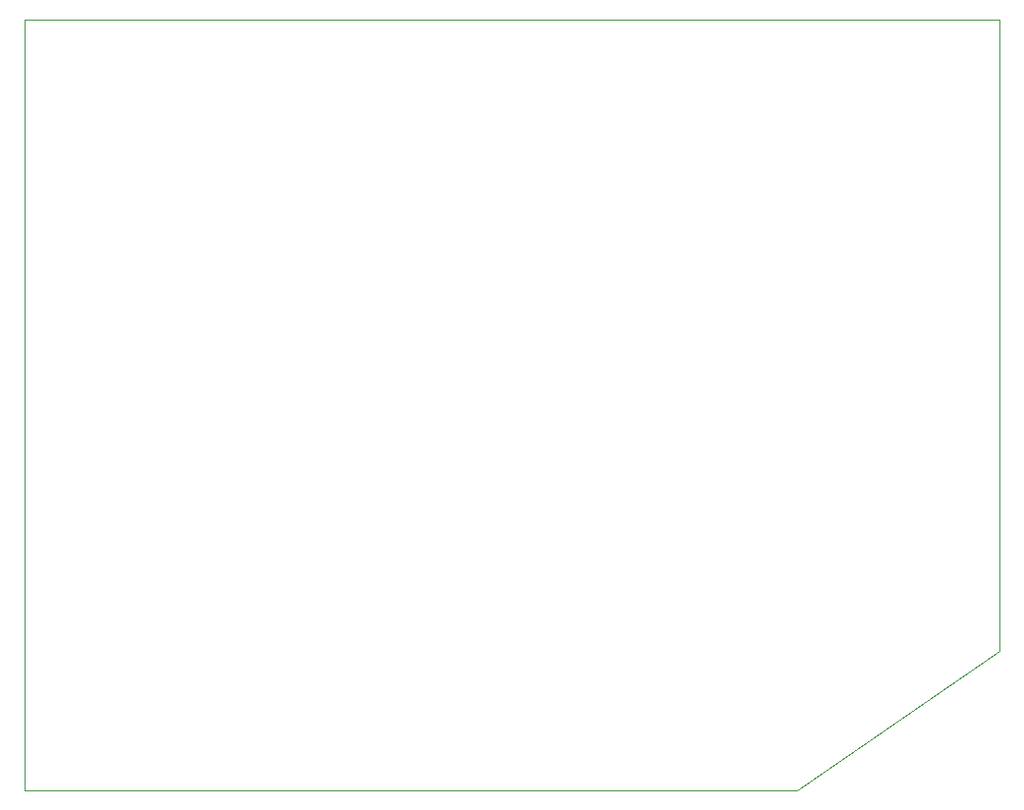
<source format=gbr>
%TF.GenerationSoftware,KiCad,Pcbnew,8.0.6*%
%TF.CreationDate,2024-10-28T02:11:41-04:00*%
%TF.ProjectId,macropad_schematic,6d616372-6f70-4616-945f-736368656d61,rev?*%
%TF.SameCoordinates,Original*%
%TF.FileFunction,Profile,NP*%
%FSLAX46Y46*%
G04 Gerber Fmt 4.6, Leading zero omitted, Abs format (unit mm)*
G04 Created by KiCad (PCBNEW 8.0.6) date 2024-10-28 02:11:41*
%MOMM*%
%LPD*%
G01*
G04 APERTURE LIST*
%TA.AperFunction,Profile*%
%ADD10C,0.050000*%
%TD*%
G04 APERTURE END LIST*
D10*
X81000000Y-59000000D02*
X81000000Y-125500000D01*
X147500000Y-125500000D02*
X164993589Y-113490123D01*
X81000000Y-125500000D02*
X147500000Y-125500000D01*
X165000000Y-59000000D02*
X81000000Y-59000000D01*
X164993589Y-113490123D02*
X165000000Y-59000000D01*
M02*

</source>
